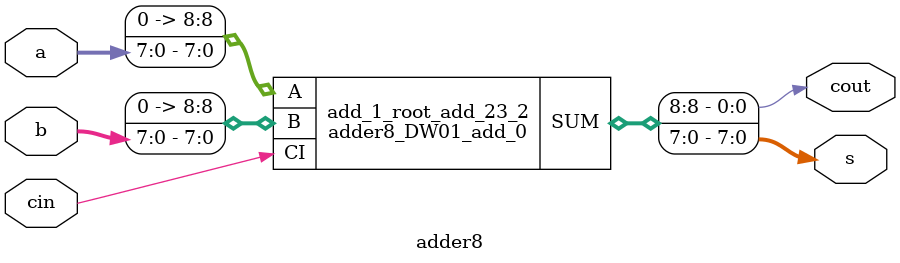
<source format=v>

module adder8_DW01_add_0 ( A, B, CI, SUM, CO );
  input [8:0] A;
  input [8:0] B;
  output [8:0] SUM;
  input CI;
  output CO;

  wire   [8:1] carry;

  FA_X1 U1_7 ( .A(A[7]), .B(B[7]), .CI(carry[7]), .CO(SUM[8]), .S(SUM[7]) );
  FA_X1 U1_6 ( .A(A[6]), .B(B[6]), .CI(carry[6]), .CO(carry[7]), .S(SUM[6]) );
  FA_X1 U1_5 ( .A(A[5]), .B(B[5]), .CI(carry[5]), .CO(carry[6]), .S(SUM[5]) );
  FA_X1 U1_4 ( .A(A[4]), .B(B[4]), .CI(carry[4]), .CO(carry[5]), .S(SUM[4]) );
  FA_X1 U1_3 ( .A(A[3]), .B(B[3]), .CI(carry[3]), .CO(carry[4]), .S(SUM[3]) );
  FA_X1 U1_2 ( .A(A[2]), .B(B[2]), .CI(carry[2]), .CO(carry[3]), .S(SUM[2]) );
  FA_X1 U1_1 ( .A(A[1]), .B(B[1]), .CI(carry[1]), .CO(carry[2]), .S(SUM[1]) );
  FA_X1 U1_0 ( .A(A[0]), .B(B[0]), .CI(CI), .CO(carry[1]), .S(SUM[0]) );
endmodule


module adder8 ( a, b, cin, s, cout );
  input [7:0] a;
  input [7:0] b;
  output [7:0] s;
  input cin;
  output cout;


  adder8_DW01_add_0 add_1_root_add_23_2 ( .A({1'b0, a}), .B({1'b0, b}), .CI(
        cin), .SUM({cout, s}) );
endmodule


</source>
